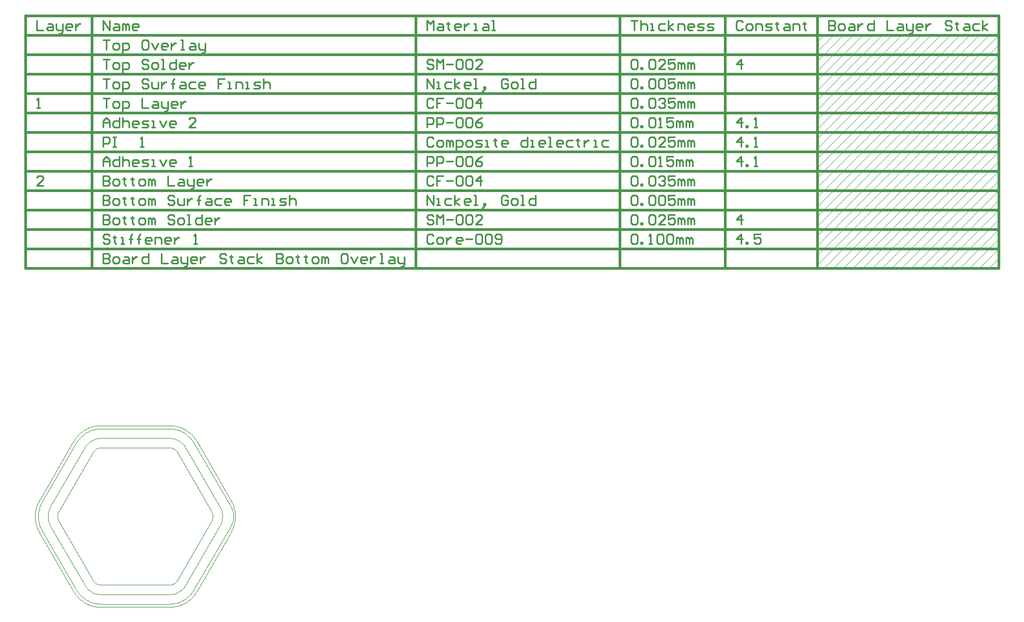
<source format=gm1>
G04*
G04 #@! TF.GenerationSoftware,Altium Limited,Altium Designer,24.6.1 (21)*
G04*
G04 Layer_Color=16711935*
%FSLAX25Y25*%
%MOIN*%
G70*
G04*
G04 #@! TF.SameCoordinates,E7EFAE83-DE6B-43C8-B1E7-83CE5A6567CB*
G04*
G04*
G04 #@! TF.FilePolarity,Positive*
G04*
G01*
G75*
%ADD11C,0.01000*%
%ADD33C,0.00050*%
%ADD34C,0.01500*%
%ADD35C,0.00100*%
D11*
X25067Y393598D02*
Y387600D01*
X29066D01*
X32065Y391599D02*
X34064D01*
X35064Y390599D01*
Y387600D01*
X32065D01*
X31065Y388600D01*
X32065Y389599D01*
X35064D01*
X37063Y391599D02*
Y388600D01*
X38063Y387600D01*
X41062D01*
Y386600D01*
X40062Y385601D01*
X39063D01*
X41062Y387600D02*
Y391599D01*
X46060Y387600D02*
X44061D01*
X43061Y388600D01*
Y390599D01*
X44061Y391599D01*
X46060D01*
X47060Y390599D01*
Y389599D01*
X43061D01*
X49059Y391599D02*
Y387600D01*
Y389599D01*
X50059Y390599D01*
X51059Y391599D01*
X52059D01*
X29066Y291600D02*
X25067D01*
X29066Y295599D01*
Y296598D01*
X28066Y297598D01*
X26067D01*
X25067Y296598D01*
Y339600D02*
X27067D01*
X26067D01*
Y345598D01*
X25067Y344598D01*
X66058Y387600D02*
Y393598D01*
X70057Y387600D01*
Y393598D01*
X73056Y391599D02*
X75056D01*
X76055Y390599D01*
Y387600D01*
X73056D01*
X72057Y388600D01*
X73056Y389599D01*
X76055D01*
X78055Y387600D02*
Y391599D01*
X79054D01*
X80054Y390599D01*
Y387600D01*
Y390599D01*
X81054Y391599D01*
X82053Y390599D01*
Y387600D01*
X87052D02*
X85052D01*
X84053Y388600D01*
Y390599D01*
X85052Y391599D01*
X87052D01*
X88051Y390599D01*
Y389599D01*
X84053D01*
X66058Y249598D02*
Y243600D01*
X69058D01*
X70057Y244600D01*
Y245599D01*
X69058Y246599D01*
X66058D01*
X69058D01*
X70057Y247599D01*
Y248598D01*
X69058Y249598D01*
X66058D01*
X73056Y243600D02*
X75056D01*
X76055Y244600D01*
Y246599D01*
X75056Y247599D01*
X73056D01*
X72057Y246599D01*
Y244600D01*
X73056Y243600D01*
X79054Y247599D02*
X81054D01*
X82053Y246599D01*
Y243600D01*
X79054D01*
X78055Y244600D01*
X79054Y245599D01*
X82053D01*
X84053Y247599D02*
Y243600D01*
Y245599D01*
X85052Y246599D01*
X86052Y247599D01*
X87052D01*
X94049Y249598D02*
Y243600D01*
X91050D01*
X90051Y244600D01*
Y246599D01*
X91050Y247599D01*
X94049D01*
X102047Y249598D02*
Y243600D01*
X106045D01*
X109045Y247599D02*
X111044D01*
X112044Y246599D01*
Y243600D01*
X109045D01*
X108045Y244600D01*
X109045Y245599D01*
X112044D01*
X114043Y247599D02*
Y244600D01*
X115043Y243600D01*
X118042D01*
Y242600D01*
X117042Y241601D01*
X116042D01*
X118042Y243600D02*
Y247599D01*
X123040Y243600D02*
X121041D01*
X120041Y244600D01*
Y246599D01*
X121041Y247599D01*
X123040D01*
X124040Y246599D01*
Y245599D01*
X120041D01*
X126039Y247599D02*
Y243600D01*
Y245599D01*
X127039Y246599D01*
X128038Y247599D01*
X129038D01*
X142034Y248598D02*
X141034Y249598D01*
X139035D01*
X138035Y248598D01*
Y247599D01*
X139035Y246599D01*
X141034D01*
X142034Y245599D01*
Y244600D01*
X141034Y243600D01*
X139035D01*
X138035Y244600D01*
X145033Y248598D02*
Y247599D01*
X144033D01*
X146033D01*
X145033D01*
Y244600D01*
X146033Y243600D01*
X150031Y247599D02*
X152031D01*
X153030Y246599D01*
Y243600D01*
X150031D01*
X149032Y244600D01*
X150031Y245599D01*
X153030D01*
X159028Y247599D02*
X156029D01*
X155030Y246599D01*
Y244600D01*
X156029Y243600D01*
X159028D01*
X161028D02*
Y249598D01*
Y245599D02*
X164027Y247599D01*
X161028Y245599D02*
X164027Y243600D01*
X173024Y249598D02*
Y243600D01*
X176023D01*
X177023Y244600D01*
Y245599D01*
X176023Y246599D01*
X173024D01*
X176023D01*
X177023Y247599D01*
Y248598D01*
X176023Y249598D01*
X173024D01*
X180022Y243600D02*
X182021D01*
X183021Y244600D01*
Y246599D01*
X182021Y247599D01*
X180022D01*
X179022Y246599D01*
Y244600D01*
X180022Y243600D01*
X186020Y248598D02*
Y247599D01*
X185020D01*
X187019D01*
X186020D01*
Y244600D01*
X187019Y243600D01*
X191018Y248598D02*
Y247599D01*
X190018D01*
X192018D01*
X191018D01*
Y244600D01*
X192018Y243600D01*
X196016D02*
X198016D01*
X199015Y244600D01*
Y246599D01*
X198016Y247599D01*
X196016D01*
X195017Y246599D01*
Y244600D01*
X196016Y243600D01*
X201015D02*
Y247599D01*
X202014D01*
X203014Y246599D01*
Y243600D01*
Y246599D01*
X204014Y247599D01*
X205013Y246599D01*
Y243600D01*
X216010Y249598D02*
X214011D01*
X213011Y248598D01*
Y244600D01*
X214011Y243600D01*
X216010D01*
X217010Y244600D01*
Y248598D01*
X216010Y249598D01*
X219009Y247599D02*
X221008Y243600D01*
X223008Y247599D01*
X228006Y243600D02*
X226007D01*
X225007Y244600D01*
Y246599D01*
X226007Y247599D01*
X228006D01*
X229006Y246599D01*
Y245599D01*
X225007D01*
X231005Y247599D02*
Y243600D01*
Y245599D01*
X232005Y246599D01*
X233004Y247599D01*
X234004D01*
X237003Y243600D02*
X239002D01*
X238003D01*
Y249598D01*
X237003D01*
X243001Y247599D02*
X245001D01*
X246000Y246599D01*
Y243600D01*
X243001D01*
X242002Y244600D01*
X243001Y245599D01*
X246000D01*
X248000Y247599D02*
Y244600D01*
X248999Y243600D01*
X251998D01*
Y242600D01*
X250999Y241601D01*
X249999D01*
X251998Y243600D02*
Y247599D01*
X70057Y260598D02*
X69058Y261598D01*
X67058D01*
X66058Y260598D01*
Y259599D01*
X67058Y258599D01*
X69058D01*
X70057Y257599D01*
Y256600D01*
X69058Y255600D01*
X67058D01*
X66058Y256600D01*
X73056Y260598D02*
Y259599D01*
X72057D01*
X74056D01*
X73056D01*
Y256600D01*
X74056Y255600D01*
X77055D02*
X79054D01*
X78055D01*
Y259599D01*
X77055D01*
X83053Y255600D02*
Y260598D01*
Y258599D01*
X82053D01*
X84053D01*
X83053D01*
Y260598D01*
X84053Y261598D01*
X88051Y255600D02*
Y260598D01*
Y258599D01*
X87052D01*
X89051D01*
X88051D01*
Y260598D01*
X89051Y261598D01*
X95049Y255600D02*
X93050D01*
X92050Y256600D01*
Y258599D01*
X93050Y259599D01*
X95049D01*
X96049Y258599D01*
Y257599D01*
X92050D01*
X98048Y255600D02*
Y259599D01*
X101047D01*
X102047Y258599D01*
Y255600D01*
X107045D02*
X105046D01*
X104046Y256600D01*
Y258599D01*
X105046Y259599D01*
X107045D01*
X108045Y258599D01*
Y257599D01*
X104046D01*
X110044Y259599D02*
Y255600D01*
Y257599D01*
X111044Y258599D01*
X112044Y259599D01*
X113043D01*
X122040Y255600D02*
X124040D01*
X123040D01*
Y261598D01*
X122040Y260598D01*
X66058Y273598D02*
Y267600D01*
X69058D01*
X70057Y268600D01*
Y269599D01*
X69058Y270599D01*
X66058D01*
X69058D01*
X70057Y271599D01*
Y272598D01*
X69058Y273598D01*
X66058D01*
X73056Y267600D02*
X75056D01*
X76055Y268600D01*
Y270599D01*
X75056Y271599D01*
X73056D01*
X72057Y270599D01*
Y268600D01*
X73056Y267600D01*
X79054Y272598D02*
Y271599D01*
X78055D01*
X80054D01*
X79054D01*
Y268600D01*
X80054Y267600D01*
X84053Y272598D02*
Y271599D01*
X83053D01*
X85052D01*
X84053D01*
Y268600D01*
X85052Y267600D01*
X89051D02*
X91050D01*
X92050Y268600D01*
Y270599D01*
X91050Y271599D01*
X89051D01*
X88051Y270599D01*
Y268600D01*
X89051Y267600D01*
X94049D02*
Y271599D01*
X95049D01*
X96049Y270599D01*
Y267600D01*
Y270599D01*
X97048Y271599D01*
X98048Y270599D01*
Y267600D01*
X110044Y272598D02*
X109045Y273598D01*
X107045D01*
X106045Y272598D01*
Y271599D01*
X107045Y270599D01*
X109045D01*
X110044Y269599D01*
Y268600D01*
X109045Y267600D01*
X107045D01*
X106045Y268600D01*
X113043Y267600D02*
X115043D01*
X116042Y268600D01*
Y270599D01*
X115043Y271599D01*
X113043D01*
X112044Y270599D01*
Y268600D01*
X113043Y267600D01*
X118042D02*
X120041D01*
X119041D01*
Y273598D01*
X118042D01*
X127039D02*
Y267600D01*
X124040D01*
X123040Y268600D01*
Y270599D01*
X124040Y271599D01*
X127039D01*
X132037Y267600D02*
X130038D01*
X129038Y268600D01*
Y270599D01*
X130038Y271599D01*
X132037D01*
X133037Y270599D01*
Y269599D01*
X129038D01*
X135036Y271599D02*
Y267600D01*
Y269599D01*
X136036Y270599D01*
X137036Y271599D01*
X138035D01*
X66058Y285598D02*
Y279600D01*
X69058D01*
X70057Y280600D01*
Y281599D01*
X69058Y282599D01*
X66058D01*
X69058D01*
X70057Y283599D01*
Y284598D01*
X69058Y285598D01*
X66058D01*
X73056Y279600D02*
X75056D01*
X76055Y280600D01*
Y282599D01*
X75056Y283599D01*
X73056D01*
X72057Y282599D01*
Y280600D01*
X73056Y279600D01*
X79054Y284598D02*
Y283599D01*
X78055D01*
X80054D01*
X79054D01*
Y280600D01*
X80054Y279600D01*
X84053Y284598D02*
Y283599D01*
X83053D01*
X85052D01*
X84053D01*
Y280600D01*
X85052Y279600D01*
X89051D02*
X91050D01*
X92050Y280600D01*
Y282599D01*
X91050Y283599D01*
X89051D01*
X88051Y282599D01*
Y280600D01*
X89051Y279600D01*
X94049D02*
Y283599D01*
X95049D01*
X96049Y282599D01*
Y279600D01*
Y282599D01*
X97048Y283599D01*
X98048Y282599D01*
Y279600D01*
X110044Y284598D02*
X109045Y285598D01*
X107045D01*
X106045Y284598D01*
Y283599D01*
X107045Y282599D01*
X109045D01*
X110044Y281599D01*
Y280600D01*
X109045Y279600D01*
X107045D01*
X106045Y280600D01*
X112044Y283599D02*
Y280600D01*
X113043Y279600D01*
X116042D01*
Y283599D01*
X118042D02*
Y279600D01*
Y281599D01*
X119041Y282599D01*
X120041Y283599D01*
X121041D01*
X125039Y279600D02*
Y284598D01*
Y282599D01*
X124040D01*
X126039D01*
X125039D01*
Y284598D01*
X126039Y285598D01*
X130038Y283599D02*
X132037D01*
X133037Y282599D01*
Y279600D01*
X130038D01*
X129038Y280600D01*
X130038Y281599D01*
X133037D01*
X139035Y283599D02*
X136036D01*
X135036Y282599D01*
Y280600D01*
X136036Y279600D01*
X139035D01*
X144033D02*
X142034D01*
X141034Y280600D01*
Y282599D01*
X142034Y283599D01*
X144033D01*
X145033Y282599D01*
Y281599D01*
X141034D01*
X157029Y285598D02*
X153030D01*
Y282599D01*
X155030D01*
X153030D01*
Y279600D01*
X159028D02*
X161028D01*
X160028D01*
Y283599D01*
X159028D01*
X164027Y279600D02*
Y283599D01*
X167026D01*
X168026Y282599D01*
Y279600D01*
X170025D02*
X172024D01*
X171025D01*
Y283599D01*
X170025D01*
X175023Y279600D02*
X178022D01*
X179022Y280600D01*
X178022Y281599D01*
X176023D01*
X175023Y282599D01*
X176023Y283599D01*
X179022D01*
X181021Y285598D02*
Y279600D01*
Y282599D01*
X182021Y283599D01*
X184020D01*
X185020Y282599D01*
Y279600D01*
X66058Y297598D02*
Y291600D01*
X69058D01*
X70057Y292600D01*
Y293599D01*
X69058Y294599D01*
X66058D01*
X69058D01*
X70057Y295599D01*
Y296598D01*
X69058Y297598D01*
X66058D01*
X73056Y291600D02*
X75056D01*
X76055Y292600D01*
Y294599D01*
X75056Y295599D01*
X73056D01*
X72057Y294599D01*
Y292600D01*
X73056Y291600D01*
X79054Y296598D02*
Y295599D01*
X78055D01*
X80054D01*
X79054D01*
Y292600D01*
X80054Y291600D01*
X84053Y296598D02*
Y295599D01*
X83053D01*
X85052D01*
X84053D01*
Y292600D01*
X85052Y291600D01*
X89051D02*
X91050D01*
X92050Y292600D01*
Y294599D01*
X91050Y295599D01*
X89051D01*
X88051Y294599D01*
Y292600D01*
X89051Y291600D01*
X94049D02*
Y295599D01*
X95049D01*
X96049Y294599D01*
Y291600D01*
Y294599D01*
X97048Y295599D01*
X98048Y294599D01*
Y291600D01*
X106045Y297598D02*
Y291600D01*
X110044D01*
X113043Y295599D02*
X115043D01*
X116042Y294599D01*
Y291600D01*
X113043D01*
X112044Y292600D01*
X113043Y293599D01*
X116042D01*
X118042Y295599D02*
Y292600D01*
X119041Y291600D01*
X122040D01*
Y290600D01*
X121041Y289601D01*
X120041D01*
X122040Y291600D02*
Y295599D01*
X127039Y291600D02*
X125039D01*
X124040Y292600D01*
Y294599D01*
X125039Y295599D01*
X127039D01*
X128038Y294599D01*
Y293599D01*
X124040D01*
X130038Y295599D02*
Y291600D01*
Y293599D01*
X131037Y294599D01*
X132037Y295599D01*
X133037D01*
X66058Y303600D02*
Y307599D01*
X68058Y309598D01*
X70057Y307599D01*
Y303600D01*
Y306599D01*
X66058D01*
X76055Y309598D02*
Y303600D01*
X73056D01*
X72057Y304600D01*
Y306599D01*
X73056Y307599D01*
X76055D01*
X78055Y309598D02*
Y303600D01*
Y306599D01*
X79054Y307599D01*
X81054D01*
X82053Y306599D01*
Y303600D01*
X87052D02*
X85052D01*
X84053Y304600D01*
Y306599D01*
X85052Y307599D01*
X87052D01*
X88051Y306599D01*
Y305599D01*
X84053D01*
X90051Y303600D02*
X93050D01*
X94049Y304600D01*
X93050Y305599D01*
X91050D01*
X90051Y306599D01*
X91050Y307599D01*
X94049D01*
X96049Y303600D02*
X98048D01*
X97048D01*
Y307599D01*
X96049D01*
X101047D02*
X103047Y303600D01*
X105046Y307599D01*
X110044Y303600D02*
X108045D01*
X107045Y304600D01*
Y306599D01*
X108045Y307599D01*
X110044D01*
X111044Y306599D01*
Y305599D01*
X107045D01*
X119041Y303600D02*
X121041D01*
X120041D01*
Y309598D01*
X119041Y308598D01*
X66058Y315600D02*
Y321598D01*
X69058D01*
X70057Y320598D01*
Y318599D01*
X69058Y317599D01*
X66058D01*
X72057Y321598D02*
X74056D01*
X73056D01*
Y315600D01*
X72057D01*
X74056D01*
X89051D02*
X91050D01*
X90051D01*
Y321598D01*
X89051Y320598D01*
X66058Y327600D02*
Y331599D01*
X68058Y333598D01*
X70057Y331599D01*
Y327600D01*
Y330599D01*
X66058D01*
X76055Y333598D02*
Y327600D01*
X73056D01*
X72057Y328600D01*
Y330599D01*
X73056Y331599D01*
X76055D01*
X78055Y333598D02*
Y327600D01*
Y330599D01*
X79054Y331599D01*
X81054D01*
X82053Y330599D01*
Y327600D01*
X87052D02*
X85052D01*
X84053Y328600D01*
Y330599D01*
X85052Y331599D01*
X87052D01*
X88051Y330599D01*
Y329599D01*
X84053D01*
X90051Y327600D02*
X93050D01*
X94049Y328600D01*
X93050Y329599D01*
X91050D01*
X90051Y330599D01*
X91050Y331599D01*
X94049D01*
X96049Y327600D02*
X98048D01*
X97048D01*
Y331599D01*
X96049D01*
X101047D02*
X103047Y327600D01*
X105046Y331599D01*
X110044Y327600D02*
X108045D01*
X107045Y328600D01*
Y330599D01*
X108045Y331599D01*
X110044D01*
X111044Y330599D01*
Y329599D01*
X107045D01*
X123040Y327600D02*
X119041D01*
X123040Y331599D01*
Y332598D01*
X122040Y333598D01*
X120041D01*
X119041Y332598D01*
X66058Y345598D02*
X70057D01*
X68058D01*
Y339600D01*
X73056D02*
X75056D01*
X76055Y340600D01*
Y342599D01*
X75056Y343599D01*
X73056D01*
X72057Y342599D01*
Y340600D01*
X73056Y339600D01*
X78055Y337601D02*
Y343599D01*
X81054D01*
X82053Y342599D01*
Y340600D01*
X81054Y339600D01*
X78055D01*
X90051Y345598D02*
Y339600D01*
X94049D01*
X97048Y343599D02*
X99048D01*
X100048Y342599D01*
Y339600D01*
X97048D01*
X96049Y340600D01*
X97048Y341599D01*
X100048D01*
X102047Y343599D02*
Y340600D01*
X103047Y339600D01*
X106045D01*
Y338600D01*
X105046Y337601D01*
X104046D01*
X106045Y339600D02*
Y343599D01*
X111044Y339600D02*
X109045D01*
X108045Y340600D01*
Y342599D01*
X109045Y343599D01*
X111044D01*
X112044Y342599D01*
Y341599D01*
X108045D01*
X114043Y343599D02*
Y339600D01*
Y341599D01*
X115043Y342599D01*
X116042Y343599D01*
X117042D01*
X66058Y357598D02*
X70057D01*
X68058D01*
Y351600D01*
X73056D02*
X75056D01*
X76055Y352600D01*
Y354599D01*
X75056Y355599D01*
X73056D01*
X72057Y354599D01*
Y352600D01*
X73056Y351600D01*
X78055Y349601D02*
Y355599D01*
X81054D01*
X82053Y354599D01*
Y352600D01*
X81054Y351600D01*
X78055D01*
X94049Y356598D02*
X93050Y357598D01*
X91050D01*
X90051Y356598D01*
Y355599D01*
X91050Y354599D01*
X93050D01*
X94049Y353599D01*
Y352600D01*
X93050Y351600D01*
X91050D01*
X90051Y352600D01*
X96049Y355599D02*
Y352600D01*
X97048Y351600D01*
X100048D01*
Y355599D01*
X102047D02*
Y351600D01*
Y353599D01*
X103047Y354599D01*
X104046Y355599D01*
X105046D01*
X109045Y351600D02*
Y356598D01*
Y354599D01*
X108045D01*
X110044D01*
X109045D01*
Y356598D01*
X110044Y357598D01*
X114043Y355599D02*
X116042D01*
X117042Y354599D01*
Y351600D01*
X114043D01*
X113043Y352600D01*
X114043Y353599D01*
X117042D01*
X123040Y355599D02*
X120041D01*
X119041Y354599D01*
Y352600D01*
X120041Y351600D01*
X123040D01*
X128038D02*
X126039D01*
X125039Y352600D01*
Y354599D01*
X126039Y355599D01*
X128038D01*
X129038Y354599D01*
Y353599D01*
X125039D01*
X141034Y357598D02*
X137036D01*
Y354599D01*
X139035D01*
X137036D01*
Y351600D01*
X143034D02*
X145033D01*
X144033D01*
Y355599D01*
X143034D01*
X148032Y351600D02*
Y355599D01*
X151031D01*
X152031Y354599D01*
Y351600D01*
X154030D02*
X156029D01*
X155030D01*
Y355599D01*
X154030D01*
X159028Y351600D02*
X162027D01*
X163027Y352600D01*
X162027Y353599D01*
X160028D01*
X159028Y354599D01*
X160028Y355599D01*
X163027D01*
X165026Y357598D02*
Y351600D01*
Y354599D01*
X166026Y355599D01*
X168026D01*
X169025Y354599D01*
Y351600D01*
X66058Y369598D02*
X70057D01*
X68058D01*
Y363600D01*
X73056D02*
X75056D01*
X76055Y364600D01*
Y366599D01*
X75056Y367599D01*
X73056D01*
X72057Y366599D01*
Y364600D01*
X73056Y363600D01*
X78055Y361601D02*
Y367599D01*
X81054D01*
X82053Y366599D01*
Y364600D01*
X81054Y363600D01*
X78055D01*
X94049Y368598D02*
X93050Y369598D01*
X91050D01*
X90051Y368598D01*
Y367599D01*
X91050Y366599D01*
X93050D01*
X94049Y365599D01*
Y364600D01*
X93050Y363600D01*
X91050D01*
X90051Y364600D01*
X97048Y363600D02*
X99048D01*
X100048Y364600D01*
Y366599D01*
X99048Y367599D01*
X97048D01*
X96049Y366599D01*
Y364600D01*
X97048Y363600D01*
X102047D02*
X104046D01*
X103047D01*
Y369598D01*
X102047D01*
X111044D02*
Y363600D01*
X108045D01*
X107045Y364600D01*
Y366599D01*
X108045Y367599D01*
X111044D01*
X116042Y363600D02*
X114043D01*
X113043Y364600D01*
Y366599D01*
X114043Y367599D01*
X116042D01*
X117042Y366599D01*
Y365599D01*
X113043D01*
X119041Y367599D02*
Y363600D01*
Y365599D01*
X120041Y366599D01*
X121041Y367599D01*
X122040D01*
X66058Y381598D02*
X70057D01*
X68058D01*
Y375600D01*
X73056D02*
X75056D01*
X76055Y376600D01*
Y378599D01*
X75056Y379599D01*
X73056D01*
X72057Y378599D01*
Y376600D01*
X73056Y375600D01*
X78055Y373601D02*
Y379599D01*
X81054D01*
X82053Y378599D01*
Y376600D01*
X81054Y375600D01*
X78055D01*
X93050Y381598D02*
X91050D01*
X90051Y380598D01*
Y376600D01*
X91050Y375600D01*
X93050D01*
X94049Y376600D01*
Y380598D01*
X93050Y381598D01*
X96049Y379599D02*
X98048Y375600D01*
X100048Y379599D01*
X105046Y375600D02*
X103047D01*
X102047Y376600D01*
Y378599D01*
X103047Y379599D01*
X105046D01*
X106045Y378599D01*
Y377599D01*
X102047D01*
X108045Y379599D02*
Y375600D01*
Y377599D01*
X109045Y378599D01*
X110044Y379599D01*
X111044D01*
X114043Y375600D02*
X116042D01*
X115043D01*
Y381598D01*
X114043D01*
X120041Y379599D02*
X122040D01*
X123040Y378599D01*
Y375600D01*
X120041D01*
X119041Y376600D01*
X120041Y377599D01*
X123040D01*
X125039Y379599D02*
Y376600D01*
X126039Y375600D01*
X129038D01*
Y374600D01*
X128038Y373601D01*
X127039D01*
X129038Y375600D02*
Y379599D01*
X265998Y387600D02*
Y393598D01*
X267998Y391599D01*
X269997Y393598D01*
Y387600D01*
X272996Y391599D02*
X274995D01*
X275995Y390599D01*
Y387600D01*
X272996D01*
X271996Y388600D01*
X272996Y389599D01*
X275995D01*
X278994Y392598D02*
Y391599D01*
X277994D01*
X279994D01*
X278994D01*
Y388600D01*
X279994Y387600D01*
X285992D02*
X283993D01*
X282993Y388600D01*
Y390599D01*
X283993Y391599D01*
X285992D01*
X286992Y390599D01*
Y389599D01*
X282993D01*
X288991Y391599D02*
Y387600D01*
Y389599D01*
X289991Y390599D01*
X290990Y391599D01*
X291990D01*
X294989Y387600D02*
X296988D01*
X295989D01*
Y391599D01*
X294989D01*
X300987D02*
X302986D01*
X303986Y390599D01*
Y387600D01*
X300987D01*
X299987Y388600D01*
X300987Y389599D01*
X303986D01*
X305985Y387600D02*
X307985D01*
X306985D01*
Y393598D01*
X305985D01*
X269997Y260598D02*
X268997Y261598D01*
X266998D01*
X265998Y260598D01*
Y256600D01*
X266998Y255600D01*
X268997D01*
X269997Y256600D01*
X272996Y255600D02*
X274995D01*
X275995Y256600D01*
Y258599D01*
X274995Y259599D01*
X272996D01*
X271996Y258599D01*
Y256600D01*
X272996Y255600D01*
X277994Y259599D02*
Y255600D01*
Y257599D01*
X278994Y258599D01*
X279994Y259599D01*
X280994D01*
X286992Y255600D02*
X284992D01*
X283993Y256600D01*
Y258599D01*
X284992Y259599D01*
X286992D01*
X287991Y258599D01*
Y257599D01*
X283993D01*
X289991Y258599D02*
X293989D01*
X295989Y260598D02*
X296988Y261598D01*
X298988D01*
X299987Y260598D01*
Y256600D01*
X298988Y255600D01*
X296988D01*
X295989Y256600D01*
Y260598D01*
X301987D02*
X302986Y261598D01*
X304986D01*
X305985Y260598D01*
Y256600D01*
X304986Y255600D01*
X302986D01*
X301987Y256600D01*
Y260598D01*
X307985Y256600D02*
X308984Y255600D01*
X310984D01*
X311983Y256600D01*
Y260598D01*
X310984Y261598D01*
X308984D01*
X307985Y260598D01*
Y259599D01*
X308984Y258599D01*
X311983D01*
X269997Y272598D02*
X268997Y273598D01*
X266998D01*
X265998Y272598D01*
Y271599D01*
X266998Y270599D01*
X268997D01*
X269997Y269599D01*
Y268600D01*
X268997Y267600D01*
X266998D01*
X265998Y268600D01*
X271996Y267600D02*
Y273598D01*
X273996Y271599D01*
X275995Y273598D01*
Y267600D01*
X277994Y270599D02*
X281993D01*
X283993Y272598D02*
X284992Y273598D01*
X286992D01*
X287991Y272598D01*
Y268600D01*
X286992Y267600D01*
X284992D01*
X283993Y268600D01*
Y272598D01*
X289991D02*
X290990Y273598D01*
X292990D01*
X293989Y272598D01*
Y268600D01*
X292990Y267600D01*
X290990D01*
X289991Y268600D01*
Y272598D01*
X299987Y267600D02*
X295989D01*
X299987Y271599D01*
Y272598D01*
X298988Y273598D01*
X296988D01*
X295989Y272598D01*
X265998Y279600D02*
Y285598D01*
X269997Y279600D01*
Y285598D01*
X271996Y279600D02*
X273996D01*
X272996D01*
Y283599D01*
X271996D01*
X280994D02*
X277994D01*
X276995Y282599D01*
Y280600D01*
X277994Y279600D01*
X280994D01*
X282993D02*
Y285598D01*
Y281599D02*
X285992Y283599D01*
X282993Y281599D02*
X285992Y279600D01*
X291990D02*
X289991D01*
X288991Y280600D01*
Y282599D01*
X289991Y283599D01*
X291990D01*
X292990Y282599D01*
Y281599D01*
X288991D01*
X294989Y279600D02*
X296988D01*
X295989D01*
Y285598D01*
X294989D01*
X300987Y278600D02*
X301987Y279600D01*
Y280600D01*
X300987D01*
Y279600D01*
X301987D01*
X300987Y278600D01*
X299987Y277601D01*
X315982Y284598D02*
X314983Y285598D01*
X312983D01*
X311983Y284598D01*
Y280600D01*
X312983Y279600D01*
X314983D01*
X315982Y280600D01*
Y282599D01*
X313983D01*
X318981Y279600D02*
X320981D01*
X321980Y280600D01*
Y282599D01*
X320981Y283599D01*
X318981D01*
X317982Y282599D01*
Y280600D01*
X318981Y279600D01*
X323980D02*
X325979D01*
X324979D01*
Y285598D01*
X323980D01*
X332977D02*
Y279600D01*
X329978D01*
X328978Y280600D01*
Y282599D01*
X329978Y283599D01*
X332977D01*
X269997Y296598D02*
X268997Y297598D01*
X266998D01*
X265998Y296598D01*
Y292600D01*
X266998Y291600D01*
X268997D01*
X269997Y292600D01*
X275995Y297598D02*
X271996D01*
Y294599D01*
X273996D01*
X271996D01*
Y291600D01*
X277994Y294599D02*
X281993D01*
X283993Y296598D02*
X284992Y297598D01*
X286992D01*
X287991Y296598D01*
Y292600D01*
X286992Y291600D01*
X284992D01*
X283993Y292600D01*
Y296598D01*
X289991D02*
X290990Y297598D01*
X292990D01*
X293989Y296598D01*
Y292600D01*
X292990Y291600D01*
X290990D01*
X289991Y292600D01*
Y296598D01*
X298988Y291600D02*
Y297598D01*
X295989Y294599D01*
X299987D01*
X265998Y303600D02*
Y309598D01*
X268997D01*
X269997Y308598D01*
Y306599D01*
X268997Y305599D01*
X265998D01*
X271996Y303600D02*
Y309598D01*
X274995D01*
X275995Y308598D01*
Y306599D01*
X274995Y305599D01*
X271996D01*
X277994Y306599D02*
X281993D01*
X283993Y308598D02*
X284992Y309598D01*
X286992D01*
X287991Y308598D01*
Y304600D01*
X286992Y303600D01*
X284992D01*
X283993Y304600D01*
Y308598D01*
X289991D02*
X290990Y309598D01*
X292990D01*
X293989Y308598D01*
Y304600D01*
X292990Y303600D01*
X290990D01*
X289991Y304600D01*
Y308598D01*
X299987Y309598D02*
X297988Y308598D01*
X295989Y306599D01*
Y304600D01*
X296988Y303600D01*
X298988D01*
X299987Y304600D01*
Y305599D01*
X298988Y306599D01*
X295989D01*
X269997Y320598D02*
X268997Y321598D01*
X266998D01*
X265998Y320598D01*
Y316600D01*
X266998Y315600D01*
X268997D01*
X269997Y316600D01*
X272996Y315600D02*
X274995D01*
X275995Y316600D01*
Y318599D01*
X274995Y319599D01*
X272996D01*
X271996Y318599D01*
Y316600D01*
X272996Y315600D01*
X277994D02*
Y319599D01*
X278994D01*
X279994Y318599D01*
Y315600D01*
Y318599D01*
X280994Y319599D01*
X281993Y318599D01*
Y315600D01*
X283993Y313601D02*
Y319599D01*
X286992D01*
X287991Y318599D01*
Y316600D01*
X286992Y315600D01*
X283993D01*
X290990D02*
X292990D01*
X293989Y316600D01*
Y318599D01*
X292990Y319599D01*
X290990D01*
X289991Y318599D01*
Y316600D01*
X290990Y315600D01*
X295989D02*
X298988D01*
X299987Y316600D01*
X298988Y317599D01*
X296988D01*
X295989Y318599D01*
X296988Y319599D01*
X299987D01*
X301987Y315600D02*
X303986D01*
X302986D01*
Y319599D01*
X301987D01*
X307985Y320598D02*
Y319599D01*
X306985D01*
X308984D01*
X307985D01*
Y316600D01*
X308984Y315600D01*
X314983D02*
X312983D01*
X311983Y316600D01*
Y318599D01*
X312983Y319599D01*
X314983D01*
X315982Y318599D01*
Y317599D01*
X311983D01*
X327978Y321598D02*
Y315600D01*
X324979D01*
X323980Y316600D01*
Y318599D01*
X324979Y319599D01*
X327978D01*
X329978Y315600D02*
X331977D01*
X330977D01*
Y319599D01*
X329978D01*
X337975Y315600D02*
X335976D01*
X334976Y316600D01*
Y318599D01*
X335976Y319599D01*
X337975D01*
X338975Y318599D01*
Y317599D01*
X334976D01*
X340974Y315600D02*
X342973D01*
X341974D01*
Y321598D01*
X340974D01*
X348972Y315600D02*
X346972D01*
X345972Y316600D01*
Y318599D01*
X346972Y319599D01*
X348972D01*
X349971Y318599D01*
Y317599D01*
X345972D01*
X355969Y319599D02*
X352970D01*
X351971Y318599D01*
Y316600D01*
X352970Y315600D01*
X355969D01*
X358968Y320598D02*
Y319599D01*
X357969D01*
X359968D01*
X358968D01*
Y316600D01*
X359968Y315600D01*
X362967Y319599D02*
Y315600D01*
Y317599D01*
X363967Y318599D01*
X364966Y319599D01*
X365966D01*
X368965Y315600D02*
X370964D01*
X369965D01*
Y319599D01*
X368965D01*
X377962D02*
X374963D01*
X373963Y318599D01*
Y316600D01*
X374963Y315600D01*
X377962D01*
X265998Y327600D02*
Y333598D01*
X268997D01*
X269997Y332598D01*
Y330599D01*
X268997Y329599D01*
X265998D01*
X271996Y327600D02*
Y333598D01*
X274995D01*
X275995Y332598D01*
Y330599D01*
X274995Y329599D01*
X271996D01*
X277994Y330599D02*
X281993D01*
X283993Y332598D02*
X284992Y333598D01*
X286992D01*
X287991Y332598D01*
Y328600D01*
X286992Y327600D01*
X284992D01*
X283993Y328600D01*
Y332598D01*
X289991D02*
X290990Y333598D01*
X292990D01*
X293989Y332598D01*
Y328600D01*
X292990Y327600D01*
X290990D01*
X289991Y328600D01*
Y332598D01*
X299987Y333598D02*
X297988Y332598D01*
X295989Y330599D01*
Y328600D01*
X296988Y327600D01*
X298988D01*
X299987Y328600D01*
Y329599D01*
X298988Y330599D01*
X295989D01*
X269997Y344598D02*
X268997Y345598D01*
X266998D01*
X265998Y344598D01*
Y340600D01*
X266998Y339600D01*
X268997D01*
X269997Y340600D01*
X275995Y345598D02*
X271996D01*
Y342599D01*
X273996D01*
X271996D01*
Y339600D01*
X277994Y342599D02*
X281993D01*
X283993Y344598D02*
X284992Y345598D01*
X286992D01*
X287991Y344598D01*
Y340600D01*
X286992Y339600D01*
X284992D01*
X283993Y340600D01*
Y344598D01*
X289991D02*
X290990Y345598D01*
X292990D01*
X293989Y344598D01*
Y340600D01*
X292990Y339600D01*
X290990D01*
X289991Y340600D01*
Y344598D01*
X298988Y339600D02*
Y345598D01*
X295989Y342599D01*
X299987D01*
X265998Y351600D02*
Y357598D01*
X269997Y351600D01*
Y357598D01*
X271996Y351600D02*
X273996D01*
X272996D01*
Y355599D01*
X271996D01*
X280994D02*
X277994D01*
X276995Y354599D01*
Y352600D01*
X277994Y351600D01*
X280994D01*
X282993D02*
Y357598D01*
Y353599D02*
X285992Y355599D01*
X282993Y353599D02*
X285992Y351600D01*
X291990D02*
X289991D01*
X288991Y352600D01*
Y354599D01*
X289991Y355599D01*
X291990D01*
X292990Y354599D01*
Y353599D01*
X288991D01*
X294989Y351600D02*
X296988D01*
X295989D01*
Y357598D01*
X294989D01*
X300987Y350600D02*
X301987Y351600D01*
Y352600D01*
X300987D01*
Y351600D01*
X301987D01*
X300987Y350600D01*
X299987Y349601D01*
X315982Y356598D02*
X314983Y357598D01*
X312983D01*
X311983Y356598D01*
Y352600D01*
X312983Y351600D01*
X314983D01*
X315982Y352600D01*
Y354599D01*
X313983D01*
X318981Y351600D02*
X320981D01*
X321980Y352600D01*
Y354599D01*
X320981Y355599D01*
X318981D01*
X317982Y354599D01*
Y352600D01*
X318981Y351600D01*
X323980D02*
X325979D01*
X324979D01*
Y357598D01*
X323980D01*
X332977D02*
Y351600D01*
X329978D01*
X328978Y352600D01*
Y354599D01*
X329978Y355599D01*
X332977D01*
X269997Y368598D02*
X268997Y369598D01*
X266998D01*
X265998Y368598D01*
Y367599D01*
X266998Y366599D01*
X268997D01*
X269997Y365599D01*
Y364600D01*
X268997Y363600D01*
X266998D01*
X265998Y364600D01*
X271996Y363600D02*
Y369598D01*
X273996Y367599D01*
X275995Y369598D01*
Y363600D01*
X277994Y366599D02*
X281993D01*
X283993Y368598D02*
X284992Y369598D01*
X286992D01*
X287991Y368598D01*
Y364600D01*
X286992Y363600D01*
X284992D01*
X283993Y364600D01*
Y368598D01*
X289991D02*
X290990Y369598D01*
X292990D01*
X293989Y368598D01*
Y364600D01*
X292990Y363600D01*
X290990D01*
X289991Y364600D01*
Y368598D01*
X299987Y363600D02*
X295989D01*
X299987Y367599D01*
Y368598D01*
X298988Y369598D01*
X296988D01*
X295989Y368598D01*
X391962Y393598D02*
X395961D01*
X393961D01*
Y387600D01*
X397960Y393598D02*
Y387600D01*
Y390599D01*
X398960Y391599D01*
X400959D01*
X401959Y390599D01*
Y387600D01*
X403958D02*
X405958D01*
X404958D01*
Y391599D01*
X403958D01*
X412955D02*
X409956D01*
X408957Y390599D01*
Y388600D01*
X409956Y387600D01*
X412955D01*
X414955D02*
Y393598D01*
Y389599D02*
X417954Y391599D01*
X414955Y389599D02*
X417954Y387600D01*
X420953D02*
Y391599D01*
X423952D01*
X424951Y390599D01*
Y387600D01*
X429950D02*
X427950D01*
X426951Y388600D01*
Y390599D01*
X427950Y391599D01*
X429950D01*
X430949Y390599D01*
Y389599D01*
X426951D01*
X432949Y387600D02*
X435948D01*
X436947Y388600D01*
X435948Y389599D01*
X433949D01*
X432949Y390599D01*
X433949Y391599D01*
X436947D01*
X438947Y387600D02*
X441946D01*
X442946Y388600D01*
X441946Y389599D01*
X439947D01*
X438947Y390599D01*
X439947Y391599D01*
X442946D01*
X391962Y260598D02*
X392962Y261598D01*
X394961D01*
X395961Y260598D01*
Y256600D01*
X394961Y255600D01*
X392962D01*
X391962Y256600D01*
Y260598D01*
X397960Y255600D02*
Y256600D01*
X398960D01*
Y255600D01*
X397960D01*
X402958D02*
X404958D01*
X403958D01*
Y261598D01*
X402958Y260598D01*
X407957D02*
X408957Y261598D01*
X410956D01*
X411956Y260598D01*
Y256600D01*
X410956Y255600D01*
X408957D01*
X407957Y256600D01*
Y260598D01*
X413955D02*
X414955Y261598D01*
X416954D01*
X417954Y260598D01*
Y256600D01*
X416954Y255600D01*
X414955D01*
X413955Y256600D01*
Y260598D01*
X419953Y255600D02*
Y259599D01*
X420953D01*
X421952Y258599D01*
Y255600D01*
Y258599D01*
X422952Y259599D01*
X423952Y258599D01*
Y255600D01*
X425951D02*
Y259599D01*
X426951D01*
X427950Y258599D01*
Y255600D01*
Y258599D01*
X428950Y259599D01*
X429950Y258599D01*
Y255600D01*
X391962Y272598D02*
X392962Y273598D01*
X394961D01*
X395961Y272598D01*
Y268600D01*
X394961Y267600D01*
X392962D01*
X391962Y268600D01*
Y272598D01*
X397960Y267600D02*
Y268600D01*
X398960D01*
Y267600D01*
X397960D01*
X402958Y272598D02*
X403958Y273598D01*
X405958D01*
X406957Y272598D01*
Y268600D01*
X405958Y267600D01*
X403958D01*
X402958Y268600D01*
Y272598D01*
X412955Y267600D02*
X408957D01*
X412955Y271599D01*
Y272598D01*
X411956Y273598D01*
X409956D01*
X408957Y272598D01*
X418953Y273598D02*
X414955D01*
Y270599D01*
X416954Y271599D01*
X417954D01*
X418953Y270599D01*
Y268600D01*
X417954Y267600D01*
X415954D01*
X414955Y268600D01*
X420953Y267600D02*
Y271599D01*
X421952D01*
X422952Y270599D01*
Y267600D01*
Y270599D01*
X423952Y271599D01*
X424951Y270599D01*
Y267600D01*
X426951D02*
Y271599D01*
X427950D01*
X428950Y270599D01*
Y267600D01*
Y270599D01*
X429950Y271599D01*
X430949Y270599D01*
Y267600D01*
X391962Y284598D02*
X392962Y285598D01*
X394961D01*
X395961Y284598D01*
Y280600D01*
X394961Y279600D01*
X392962D01*
X391962Y280600D01*
Y284598D01*
X397960Y279600D02*
Y280600D01*
X398960D01*
Y279600D01*
X397960D01*
X402958Y284598D02*
X403958Y285598D01*
X405958D01*
X406957Y284598D01*
Y280600D01*
X405958Y279600D01*
X403958D01*
X402958Y280600D01*
Y284598D01*
X408957D02*
X409956Y285598D01*
X411956D01*
X412955Y284598D01*
Y280600D01*
X411956Y279600D01*
X409956D01*
X408957Y280600D01*
Y284598D01*
X418953Y285598D02*
X414955D01*
Y282599D01*
X416954Y283599D01*
X417954D01*
X418953Y282599D01*
Y280600D01*
X417954Y279600D01*
X415954D01*
X414955Y280600D01*
X420953Y279600D02*
Y283599D01*
X421952D01*
X422952Y282599D01*
Y279600D01*
Y282599D01*
X423952Y283599D01*
X424951Y282599D01*
Y279600D01*
X426951D02*
Y283599D01*
X427950D01*
X428950Y282599D01*
Y279600D01*
Y282599D01*
X429950Y283599D01*
X430949Y282599D01*
Y279600D01*
X391962Y296598D02*
X392962Y297598D01*
X394961D01*
X395961Y296598D01*
Y292600D01*
X394961Y291600D01*
X392962D01*
X391962Y292600D01*
Y296598D01*
X397960Y291600D02*
Y292600D01*
X398960D01*
Y291600D01*
X397960D01*
X402958Y296598D02*
X403958Y297598D01*
X405958D01*
X406957Y296598D01*
Y292600D01*
X405958Y291600D01*
X403958D01*
X402958Y292600D01*
Y296598D01*
X408957D02*
X409956Y297598D01*
X411956D01*
X412955Y296598D01*
Y295599D01*
X411956Y294599D01*
X410956D01*
X411956D01*
X412955Y293599D01*
Y292600D01*
X411956Y291600D01*
X409956D01*
X408957Y292600D01*
X418953Y297598D02*
X414955D01*
Y294599D01*
X416954Y295599D01*
X417954D01*
X418953Y294599D01*
Y292600D01*
X417954Y291600D01*
X415954D01*
X414955Y292600D01*
X420953Y291600D02*
Y295599D01*
X421952D01*
X422952Y294599D01*
Y291600D01*
Y294599D01*
X423952Y295599D01*
X424951Y294599D01*
Y291600D01*
X426951D02*
Y295599D01*
X427950D01*
X428950Y294599D01*
Y291600D01*
Y294599D01*
X429950Y295599D01*
X430949Y294599D01*
Y291600D01*
X391962Y308598D02*
X392962Y309598D01*
X394961D01*
X395961Y308598D01*
Y304600D01*
X394961Y303600D01*
X392962D01*
X391962Y304600D01*
Y308598D01*
X397960Y303600D02*
Y304600D01*
X398960D01*
Y303600D01*
X397960D01*
X402958Y308598D02*
X403958Y309598D01*
X405958D01*
X406957Y308598D01*
Y304600D01*
X405958Y303600D01*
X403958D01*
X402958Y304600D01*
Y308598D01*
X408957Y303600D02*
X410956D01*
X409956D01*
Y309598D01*
X408957Y308598D01*
X417954Y309598D02*
X413955D01*
Y306599D01*
X415954Y307599D01*
X416954D01*
X417954Y306599D01*
Y304600D01*
X416954Y303600D01*
X414955D01*
X413955Y304600D01*
X419953Y303600D02*
Y307599D01*
X420953D01*
X421952Y306599D01*
Y303600D01*
Y306599D01*
X422952Y307599D01*
X423952Y306599D01*
Y303600D01*
X425951D02*
Y307599D01*
X426951D01*
X427950Y306599D01*
Y303600D01*
Y306599D01*
X428950Y307599D01*
X429950Y306599D01*
Y303600D01*
X391962Y320598D02*
X392962Y321598D01*
X394961D01*
X395961Y320598D01*
Y316600D01*
X394961Y315600D01*
X392962D01*
X391962Y316600D01*
Y320598D01*
X397960Y315600D02*
Y316600D01*
X398960D01*
Y315600D01*
X397960D01*
X402958Y320598D02*
X403958Y321598D01*
X405958D01*
X406957Y320598D01*
Y316600D01*
X405958Y315600D01*
X403958D01*
X402958Y316600D01*
Y320598D01*
X412955Y315600D02*
X408957D01*
X412955Y319599D01*
Y320598D01*
X411956Y321598D01*
X409956D01*
X408957Y320598D01*
X418953Y321598D02*
X414955D01*
Y318599D01*
X416954Y319599D01*
X417954D01*
X418953Y318599D01*
Y316600D01*
X417954Y315600D01*
X415954D01*
X414955Y316600D01*
X420953Y315600D02*
Y319599D01*
X421952D01*
X422952Y318599D01*
Y315600D01*
Y318599D01*
X423952Y319599D01*
X424951Y318599D01*
Y315600D01*
X426951D02*
Y319599D01*
X427950D01*
X428950Y318599D01*
Y315600D01*
Y318599D01*
X429950Y319599D01*
X430949Y318599D01*
Y315600D01*
X391962Y332598D02*
X392962Y333598D01*
X394961D01*
X395961Y332598D01*
Y328600D01*
X394961Y327600D01*
X392962D01*
X391962Y328600D01*
Y332598D01*
X397960Y327600D02*
Y328600D01*
X398960D01*
Y327600D01*
X397960D01*
X402958Y332598D02*
X403958Y333598D01*
X405958D01*
X406957Y332598D01*
Y328600D01*
X405958Y327600D01*
X403958D01*
X402958Y328600D01*
Y332598D01*
X408957Y327600D02*
X410956D01*
X409956D01*
Y333598D01*
X408957Y332598D01*
X417954Y333598D02*
X413955D01*
Y330599D01*
X415954Y331599D01*
X416954D01*
X417954Y330599D01*
Y328600D01*
X416954Y327600D01*
X414955D01*
X413955Y328600D01*
X419953Y327600D02*
Y331599D01*
X420953D01*
X421952Y330599D01*
Y327600D01*
Y330599D01*
X422952Y331599D01*
X423952Y330599D01*
Y327600D01*
X425951D02*
Y331599D01*
X426951D01*
X427950Y330599D01*
Y327600D01*
Y330599D01*
X428950Y331599D01*
X429950Y330599D01*
Y327600D01*
X391962Y344598D02*
X392962Y345598D01*
X394961D01*
X395961Y344598D01*
Y340600D01*
X394961Y339600D01*
X392962D01*
X391962Y340600D01*
Y344598D01*
X397960Y339600D02*
Y340600D01*
X398960D01*
Y339600D01*
X397960D01*
X402958Y344598D02*
X403958Y345598D01*
X405958D01*
X406957Y344598D01*
Y340600D01*
X405958Y339600D01*
X403958D01*
X402958Y340600D01*
Y344598D01*
X408957D02*
X409956Y345598D01*
X411956D01*
X412955Y344598D01*
Y343599D01*
X411956Y342599D01*
X410956D01*
X411956D01*
X412955Y341599D01*
Y340600D01*
X411956Y339600D01*
X409956D01*
X408957Y340600D01*
X418953Y345598D02*
X414955D01*
Y342599D01*
X416954Y343599D01*
X417954D01*
X418953Y342599D01*
Y340600D01*
X417954Y339600D01*
X415954D01*
X414955Y340600D01*
X420953Y339600D02*
Y343599D01*
X421952D01*
X422952Y342599D01*
Y339600D01*
Y342599D01*
X423952Y343599D01*
X424951Y342599D01*
Y339600D01*
X426951D02*
Y343599D01*
X427950D01*
X428950Y342599D01*
Y339600D01*
Y342599D01*
X429950Y343599D01*
X430949Y342599D01*
Y339600D01*
X391962Y356598D02*
X392962Y357598D01*
X394961D01*
X395961Y356598D01*
Y352600D01*
X394961Y351600D01*
X392962D01*
X391962Y352600D01*
Y356598D01*
X397960Y351600D02*
Y352600D01*
X398960D01*
Y351600D01*
X397960D01*
X402958Y356598D02*
X403958Y357598D01*
X405958D01*
X406957Y356598D01*
Y352600D01*
X405958Y351600D01*
X403958D01*
X402958Y352600D01*
Y356598D01*
X408957D02*
X409956Y357598D01*
X411956D01*
X412955Y356598D01*
Y352600D01*
X411956Y351600D01*
X409956D01*
X408957Y352600D01*
Y356598D01*
X418953Y357598D02*
X414955D01*
Y354599D01*
X416954Y355599D01*
X417954D01*
X418953Y354599D01*
Y352600D01*
X417954Y351600D01*
X415954D01*
X414955Y352600D01*
X420953Y351600D02*
Y355599D01*
X421952D01*
X422952Y354599D01*
Y351600D01*
Y354599D01*
X423952Y355599D01*
X424951Y354599D01*
Y351600D01*
X426951D02*
Y355599D01*
X427950D01*
X428950Y354599D01*
Y351600D01*
Y354599D01*
X429950Y355599D01*
X430949Y354599D01*
Y351600D01*
X391962Y368598D02*
X392962Y369598D01*
X394961D01*
X395961Y368598D01*
Y364600D01*
X394961Y363600D01*
X392962D01*
X391962Y364600D01*
Y368598D01*
X397960Y363600D02*
Y364600D01*
X398960D01*
Y363600D01*
X397960D01*
X402958Y368598D02*
X403958Y369598D01*
X405958D01*
X406957Y368598D01*
Y364600D01*
X405958Y363600D01*
X403958D01*
X402958Y364600D01*
Y368598D01*
X412955Y363600D02*
X408957D01*
X412955Y367599D01*
Y368598D01*
X411956Y369598D01*
X409956D01*
X408957Y368598D01*
X418953Y369598D02*
X414955D01*
Y366599D01*
X416954Y367599D01*
X417954D01*
X418953Y366599D01*
Y364600D01*
X417954Y363600D01*
X415954D01*
X414955Y364600D01*
X420953Y363600D02*
Y367599D01*
X421952D01*
X422952Y366599D01*
Y363600D01*
Y366599D01*
X423952Y367599D01*
X424951Y366599D01*
Y363600D01*
X426951D02*
Y367599D01*
X427950D01*
X428950Y366599D01*
Y363600D01*
Y366599D01*
X429950Y367599D01*
X430949Y366599D01*
Y363600D01*
X460944Y392598D02*
X459945Y393598D01*
X457945D01*
X456946Y392598D01*
Y388600D01*
X457945Y387600D01*
X459945D01*
X460944Y388600D01*
X463943Y387600D02*
X465943D01*
X466942Y388600D01*
Y390599D01*
X465943Y391599D01*
X463943D01*
X462944Y390599D01*
Y388600D01*
X463943Y387600D01*
X468942D02*
Y391599D01*
X471941D01*
X472940Y390599D01*
Y387600D01*
X474940D02*
X477939D01*
X478938Y388600D01*
X477939Y389599D01*
X475940D01*
X474940Y390599D01*
X475940Y391599D01*
X478938D01*
X481938Y392598D02*
Y391599D01*
X480938D01*
X482937D01*
X481938D01*
Y388600D01*
X482937Y387600D01*
X486936Y391599D02*
X488935D01*
X489935Y390599D01*
Y387600D01*
X486936D01*
X485936Y388600D01*
X486936Y389599D01*
X489935D01*
X491934Y387600D02*
Y391599D01*
X494933D01*
X495933Y390599D01*
Y387600D01*
X498932Y392598D02*
Y391599D01*
X497932D01*
X499932D01*
X498932D01*
Y388600D01*
X499932Y387600D01*
X459945Y255600D02*
Y261598D01*
X456946Y258599D01*
X460944D01*
X462944Y255600D02*
Y256600D01*
X463943D01*
Y255600D01*
X462944D01*
X471941Y261598D02*
X467942D01*
Y258599D01*
X469941Y259599D01*
X470941D01*
X471941Y258599D01*
Y256600D01*
X470941Y255600D01*
X468942D01*
X467942Y256600D01*
X459945Y267600D02*
Y273598D01*
X456946Y270599D01*
X460944D01*
X459945Y303600D02*
Y309598D01*
X456946Y306599D01*
X460944D01*
X462944Y303600D02*
Y304600D01*
X463943D01*
Y303600D01*
X462944D01*
X467942D02*
X469941D01*
X468942D01*
Y309598D01*
X467942Y308598D01*
X459945Y315600D02*
Y321598D01*
X456946Y318599D01*
X460944D01*
X462944Y315600D02*
Y316600D01*
X463943D01*
Y315600D01*
X462944D01*
X467942D02*
X469941D01*
X468942D01*
Y321598D01*
X467942Y320598D01*
X459945Y327600D02*
Y333598D01*
X456946Y330599D01*
X460944D01*
X462944Y327600D02*
Y328600D01*
X463943D01*
Y327600D01*
X462944D01*
X467942D02*
X469941D01*
X468942D01*
Y333598D01*
X467942Y332598D01*
X459945Y363600D02*
Y369598D01*
X456946Y366599D01*
X460944D01*
X513932Y393598D02*
Y387600D01*
X516931D01*
X517930Y388600D01*
Y389599D01*
X516931Y390599D01*
X513932D01*
X516931D01*
X517930Y391599D01*
Y392598D01*
X516931Y393598D01*
X513932D01*
X520929Y387600D02*
X522929D01*
X523928Y388600D01*
Y390599D01*
X522929Y391599D01*
X520929D01*
X519930Y390599D01*
Y388600D01*
X520929Y387600D01*
X526928Y391599D02*
X528927D01*
X529926Y390599D01*
Y387600D01*
X526928D01*
X525928Y388600D01*
X526928Y389599D01*
X529926D01*
X531926Y391599D02*
Y387600D01*
Y389599D01*
X532926Y390599D01*
X533925Y391599D01*
X534925D01*
X541923Y393598D02*
Y387600D01*
X538924D01*
X537924Y388600D01*
Y390599D01*
X538924Y391599D01*
X541923D01*
X549920Y393598D02*
Y387600D01*
X553919D01*
X556918Y391599D02*
X558917D01*
X559917Y390599D01*
Y387600D01*
X556918D01*
X555918Y388600D01*
X556918Y389599D01*
X559917D01*
X561916Y391599D02*
Y388600D01*
X562916Y387600D01*
X565915D01*
Y386600D01*
X564915Y385601D01*
X563915D01*
X565915Y387600D02*
Y391599D01*
X570913Y387600D02*
X568914D01*
X567914Y388600D01*
Y390599D01*
X568914Y391599D01*
X570913D01*
X571913Y390599D01*
Y389599D01*
X567914D01*
X573912Y391599D02*
Y387600D01*
Y389599D01*
X574912Y390599D01*
X575912Y391599D01*
X576911D01*
X589907Y392598D02*
X588907Y393598D01*
X586908D01*
X585908Y392598D01*
Y391599D01*
X586908Y390599D01*
X588907D01*
X589907Y389599D01*
Y388600D01*
X588907Y387600D01*
X586908D01*
X585908Y388600D01*
X592906Y392598D02*
Y391599D01*
X591906D01*
X593906D01*
X592906D01*
Y388600D01*
X593906Y387600D01*
X597904Y391599D02*
X599904D01*
X600904Y390599D01*
Y387600D01*
X597904D01*
X596905Y388600D01*
X597904Y389599D01*
X600904D01*
X606902Y391599D02*
X603903D01*
X602903Y390599D01*
Y388600D01*
X603903Y387600D01*
X606902D01*
X608901D02*
Y393598D01*
Y389599D02*
X611900Y391599D01*
X608901Y389599D02*
X611900Y387600D01*
D33*
X38496Y90313D02*
X38061Y89380D01*
X37794Y88386D01*
X37705Y87360D01*
X37794Y86335D01*
X38061Y85340D01*
X38496Y84407D01*
X59540Y47957D02*
X60131Y47114D01*
X60859Y46386D01*
X61702Y45796D01*
X62635Y45361D01*
X63629Y45094D01*
X64654Y45004D01*
X106744D02*
X107769Y45094D01*
X108763Y45361D01*
X109696Y45796D01*
X110539Y46386D01*
X111267Y47114D01*
X111858Y47957D01*
X132902Y84407D02*
X133337Y85340D01*
X133604Y86335D01*
X133694Y87360D01*
X133604Y88386D01*
X133337Y89380D01*
X132902Y90313D01*
X111858Y126763D02*
X111267Y127606D01*
X110539Y128334D01*
X109696Y128925D01*
X108763Y129360D01*
X107769Y129626D01*
X106744Y129716D01*
X64654D02*
X63629Y129626D01*
X62635Y129360D01*
X61702Y128925D01*
X60859Y128334D01*
X60131Y127606D01*
X59540Y126763D01*
X26562Y97203D02*
X26093Y96341D01*
X25667Y95456D01*
X25286Y94552D01*
X24950Y93630D01*
X24661Y92692D01*
X24419Y91741D01*
X24224Y90778D01*
X24078Y89808D01*
X23980Y88831D01*
X23931Y87851D01*
Y86869D01*
X23980Y85889D01*
X24078Y84912D01*
X24224Y83942D01*
X24419Y82980D01*
X24661Y82029D01*
X24950Y81091D01*
X25286Y80168D01*
X25667Y79264D01*
X26093Y78380D01*
X26562Y77518D01*
X47607Y41067D02*
X48119Y40230D01*
X48671Y39419D01*
X49264Y38637D01*
X49895Y37885D01*
X50563Y37165D01*
X51265Y36480D01*
X52001Y35830D01*
X52769Y35218D01*
X53566Y34646D01*
X54390Y34113D01*
X55240Y33622D01*
X56113Y33174D01*
X57008Y32771D01*
X57922Y32412D01*
X58852Y32100D01*
X59797Y31834D01*
X60754Y31615D01*
X61721Y31445D01*
X62695Y31323D01*
X63673Y31249D01*
X64654Y31225D01*
X106744D02*
X107725Y31249D01*
X108703Y31323D01*
X109677Y31445D01*
X110644Y31615D01*
X111601Y31834D01*
X112546Y32100D01*
X113476Y32412D01*
X114390Y32771D01*
X115285Y33174D01*
X116158Y33622D01*
X117008Y34113D01*
X117833Y34646D01*
X118629Y35219D01*
X119397Y35830D01*
X120133Y36480D01*
X120835Y37165D01*
X121503Y37885D01*
X122134Y38637D01*
X122727Y39419D01*
X123280Y40230D01*
X123791Y41067D01*
X144836Y77518D02*
X145305Y78380D01*
X145731Y79264D01*
X146112Y80168D01*
X146448Y81091D01*
X146737Y82029D01*
X146979Y82980D01*
X147174Y83942D01*
X147320Y84913D01*
X147418Y85889D01*
X147467Y86869D01*
Y87851D01*
X147418Y88831D01*
X147320Y89808D01*
X147174Y90778D01*
X146979Y91741D01*
X146737Y92692D01*
X146448Y93630D01*
X146112Y94552D01*
X145731Y95456D01*
X145305Y96341D01*
X144836Y97203D01*
X123791Y133653D02*
X123279Y134490D01*
X122727Y135301D01*
X122134Y136084D01*
X121503Y136836D01*
X120835Y137555D01*
X120133Y138240D01*
X119397Y138890D01*
X118629Y139502D01*
X117833Y140075D01*
X117008Y140607D01*
X116158Y141098D01*
X115285Y141546D01*
X114390Y141950D01*
X113476Y142308D01*
X112546Y142621D01*
X111601Y142887D01*
X110644Y143105D01*
X109677Y143275D01*
X108703Y143397D01*
X107725Y143471D01*
X106744Y143495D01*
X64654D02*
X63673Y143471D01*
X62695Y143397D01*
X61721Y143275D01*
X60754Y143105D01*
X59797Y142887D01*
X58852Y142621D01*
X57922Y142308D01*
X57008Y141950D01*
X56113Y141546D01*
X55240Y141098D01*
X54390Y140607D01*
X53566Y140075D01*
X52769Y139502D01*
X52001Y138890D01*
X51265Y138240D01*
X50563Y137555D01*
X49895Y136836D01*
X49264Y136084D01*
X48671Y135301D01*
X48119Y134490D01*
X47607Y133653D01*
X33381Y93266D02*
X32906Y92352D01*
X32511Y91400D01*
X32201Y90417D01*
X31978Y89411D01*
X31844Y88390D01*
X31799Y87360D01*
X31844Y86331D01*
X31978Y85309D01*
X32201Y84303D01*
X32511Y83321D01*
X32906Y82369D01*
X33381Y81455D01*
X54426Y45004D02*
X54979Y44135D01*
X55607Y43318D01*
X56303Y42558D01*
X57063Y41862D01*
X57880Y41235D01*
X58749Y40681D01*
X59663Y40206D01*
X60615Y39811D01*
X61598Y39502D01*
X62604Y39278D01*
X63625Y39144D01*
X64654Y39099D01*
X106744D02*
X107773Y39144D01*
X108794Y39278D01*
X109800Y39502D01*
X110783Y39811D01*
X111735Y40206D01*
X112649Y40681D01*
X113518Y41235D01*
X114336Y41862D01*
X115095Y42558D01*
X115791Y43318D01*
X116419Y44135D01*
X116972Y45004D01*
X138017Y81455D02*
X138492Y82369D01*
X138887Y83321D01*
X139197Y84303D01*
X139420Y85309D01*
X139554Y86331D01*
X139599Y87360D01*
X139554Y88390D01*
X139420Y89411D01*
X139197Y90417D01*
X138887Y91400D01*
X138492Y92352D01*
X138017Y93266D01*
X116972Y129716D02*
X116419Y130585D01*
X115791Y131402D01*
X115095Y132162D01*
X114336Y132858D01*
X113518Y133485D01*
X112649Y134039D01*
X111735Y134515D01*
X110783Y134909D01*
X109800Y135219D01*
X108794Y135442D01*
X107773Y135576D01*
X106744Y135621D01*
X64654D02*
X63625Y135576D01*
X62604Y135442D01*
X61598Y135219D01*
X60615Y134909D01*
X59663Y134515D01*
X58749Y134039D01*
X57880Y133485D01*
X57063Y132858D01*
X56303Y132162D01*
X55607Y131402D01*
X54979Y130585D01*
X54426Y129716D01*
X28267Y96218D02*
X27802Y95360D01*
X27386Y94477D01*
X27018Y93572D01*
X26701Y92649D01*
X26436Y91709D01*
X26222Y90757D01*
X26061Y89794D01*
X25954Y88823D01*
X25900Y87848D01*
Y86872D01*
X25954Y85897D01*
X26061Y84927D01*
X26222Y83964D01*
X26436Y83011D01*
X26701Y82072D01*
X27018Y81148D01*
X27386Y80243D01*
X27802Y79361D01*
X28267Y78502D01*
X49312Y42052D02*
X49823Y41220D01*
X50379Y40418D01*
X50979Y39647D01*
X51620Y38911D01*
X52301Y38211D01*
X53019Y37550D01*
X53773Y36929D01*
X54559Y36351D01*
X55377Y35817D01*
X56222Y35329D01*
X57094Y34888D01*
X57988Y34496D01*
X58902Y34153D01*
X59834Y33862D01*
X60780Y33622D01*
X61739Y33435D01*
X62706Y33301D01*
X63679Y33220D01*
X64654Y33193D01*
X106744D02*
X107720Y33220D01*
X108693Y33301D01*
X109660Y33435D01*
X110618Y33622D01*
X111564Y33862D01*
X112496Y34153D01*
X113410Y34496D01*
X114304Y34888D01*
X115176Y35329D01*
X116021Y35817D01*
X116839Y36351D01*
X117625Y36929D01*
X118379Y37550D01*
X119097Y38211D01*
X119778Y38911D01*
X120419Y39647D01*
X121019Y40418D01*
X121575Y41220D01*
X122087Y42052D01*
X144795Y81384D02*
X145242Y82236D01*
X145619Y83122D01*
X145924Y84035D01*
X146155Y84969D01*
X146309Y85919D01*
X146387Y86879D01*
Y87841D01*
X146309Y88801D01*
X146155Y89751D01*
X145924Y90686D01*
X145619Y91599D01*
X145242Y92484D01*
X144795Y93337D01*
X122087Y132668D02*
X121575Y133500D01*
X121019Y134303D01*
X120419Y135073D01*
X119778Y135809D01*
X119097Y136509D01*
X118379Y137170D01*
X117625Y137791D01*
X116839Y138369D01*
X116021Y138903D01*
X115176Y139392D01*
X114304Y139832D01*
X113410Y140225D01*
X112496Y140567D01*
X111564Y140858D01*
X110618Y141098D01*
X109660Y141285D01*
X108693Y141419D01*
X107720Y141500D01*
X106744Y141527D01*
X64654D02*
X63679Y141500D01*
X62706Y141419D01*
X61739Y141285D01*
X60780Y141098D01*
X59834Y140858D01*
X58902Y140567D01*
X57988Y140225D01*
X57094Y139832D01*
X56222Y139392D01*
X55377Y138903D01*
X54559Y138369D01*
X53773Y137791D01*
X53019Y137170D01*
X52301Y136509D01*
X51620Y135809D01*
X50979Y135073D01*
X50379Y134303D01*
X49823Y133500D01*
X49312Y132668D01*
X38496Y90313D02*
X59540Y126763D01*
X38496Y84407D02*
X59540Y47957D01*
X64654Y45004D02*
X106744D01*
X111858Y47957D02*
X132902Y84407D01*
X111858Y126763D02*
X132902Y90313D01*
X64654Y129716D02*
X106744D01*
X26562Y97203D02*
X47607Y133653D01*
X26562Y77518D02*
X47607Y41067D01*
X64654Y31225D02*
X106744D01*
X123791Y41067D02*
X144836Y77518D01*
X123791Y133653D02*
X144836Y97203D01*
X64654Y143495D02*
X106744D01*
X33381Y93266D02*
X54426Y129716D01*
X33381Y81455D02*
X54426Y45004D01*
X64654Y39099D02*
X106744D01*
X116972Y45004D02*
X138017Y81455D01*
X116972Y129716D02*
X138017Y93266D01*
X64654Y135621D02*
X106744D01*
X28267Y96218D02*
X49312Y132668D01*
X28267Y78502D02*
X49312Y42052D01*
X64654Y33193D02*
X106744D01*
X122087Y42052D02*
X144795Y81384D01*
X122087Y132668D02*
X144795Y93337D01*
X64654Y141527D02*
X106744D01*
D34*
X18067Y384600D02*
X618900D01*
X18067Y396600D02*
X618900D01*
X18067Y240600D02*
Y396600D01*
Y240600D02*
X59058D01*
X18067Y252600D02*
X59058D01*
X18067Y264600D02*
X59058D01*
X18067Y276600D02*
X59058D01*
X18067Y288600D02*
X59058D01*
X18067Y300600D02*
X59058D01*
X18067Y312600D02*
X59058D01*
X18067Y324600D02*
X59058D01*
X18067Y336600D02*
X59058D01*
X18067Y348600D02*
X59058D01*
X18067Y360600D02*
X59058D01*
X18067Y372600D02*
X59058D01*
Y240600D02*
Y396600D01*
Y240600D02*
X258998D01*
X59058Y252600D02*
X258998D01*
X59058Y264600D02*
X258998D01*
X59058Y276600D02*
X258998D01*
X59058Y288600D02*
X258998D01*
X59058Y300600D02*
X258998D01*
X59058Y312600D02*
X258998D01*
X59058Y324600D02*
X258998D01*
X59058Y336600D02*
X258998D01*
X59058Y348600D02*
X258998D01*
X59058Y360600D02*
X258998D01*
X59058Y372600D02*
X258998D01*
Y240600D02*
Y396600D01*
Y240600D02*
X384962D01*
X258998Y252600D02*
X384962D01*
X258998Y264600D02*
X384962D01*
X258998Y276600D02*
X384962D01*
X258998Y288600D02*
X384962D01*
X258998Y300600D02*
X384962D01*
X258998Y312600D02*
X384962D01*
X258998Y324600D02*
X384962D01*
X258998Y336600D02*
X384962D01*
X258998Y348600D02*
X384962D01*
X258998Y360600D02*
X384962D01*
X258998Y372600D02*
X384962D01*
Y240600D02*
Y396600D01*
Y240600D02*
X449946D01*
X384962Y252600D02*
X449946D01*
X384962Y264600D02*
X449946D01*
X384962Y276600D02*
X449946D01*
X384962Y288600D02*
X449946D01*
X384962Y300600D02*
X449946D01*
X384962Y312600D02*
X449946D01*
X384962Y324600D02*
X449946D01*
X384962Y336600D02*
X449946D01*
X384962Y348600D02*
X449946D01*
X384962Y360600D02*
X449946D01*
X384962Y372600D02*
X449946D01*
Y240600D02*
Y396600D01*
Y240600D02*
X506932D01*
X449946Y252600D02*
X506932D01*
X449946Y264600D02*
X506932D01*
X449946Y276600D02*
X506932D01*
X449946Y288600D02*
X506932D01*
X449946Y300600D02*
X506932D01*
X449946Y312600D02*
X506932D01*
X449946Y324600D02*
X506932D01*
X449946Y336600D02*
X506932D01*
X449946Y348600D02*
X506932D01*
X449946Y360600D02*
X506932D01*
X449946Y372600D02*
X506932D01*
Y240600D02*
Y396600D01*
Y240600D02*
X618900D01*
X506932Y252600D02*
X618900D01*
X506932Y264600D02*
X618900D01*
X506932Y276600D02*
X618900D01*
X506932Y288600D02*
X618900D01*
X506932Y300600D02*
X618900D01*
X506932Y312600D02*
X618900D01*
X506932Y324600D02*
X618900D01*
X506932Y336600D02*
X618900D01*
X506932Y348600D02*
X618900D01*
X506932Y360600D02*
X618900D01*
X506932Y372600D02*
X618900D01*
Y240600D02*
Y396600D01*
D35*
X612900Y240600D02*
X618900Y246600D01*
X606900Y240600D02*
X618900Y252600D01*
X600900Y240600D02*
X612900Y252600D01*
X594900Y240600D02*
X606900Y252600D01*
X588900Y240600D02*
X600900Y252600D01*
X582900Y240600D02*
X594900Y252600D01*
X576900Y240600D02*
X588900Y252600D01*
X570900Y240600D02*
X582900Y252600D01*
X564900Y240600D02*
X576900Y252600D01*
X558900Y240600D02*
X570900Y252600D01*
X552900Y240600D02*
X564900Y252600D01*
X546900Y240600D02*
X558900Y252600D01*
X540900Y240600D02*
X552900Y252600D01*
X534900Y240600D02*
X546900Y252600D01*
X528900Y240600D02*
X540900Y252600D01*
X522900Y240600D02*
X534900Y252600D01*
X516900Y240600D02*
X528900Y252600D01*
X510900Y240600D02*
X522900Y252600D01*
X506932Y242632D02*
X516900Y252600D01*
X506932Y248632D02*
X510900Y252600D01*
X612900D02*
X618900Y258600D01*
X606900Y252600D02*
X618900Y264600D01*
X600900Y252600D02*
X612900Y264600D01*
X594900Y252600D02*
X606900Y264600D01*
X588900Y252600D02*
X600900Y264600D01*
X582900Y252600D02*
X594900Y264600D01*
X576900Y252600D02*
X588900Y264600D01*
X570900Y252600D02*
X582900Y264600D01*
X564900Y252600D02*
X576900Y264600D01*
X558900Y252600D02*
X570900Y264600D01*
X552900Y252600D02*
X564900Y264600D01*
X546900Y252600D02*
X558900Y264600D01*
X540900Y252600D02*
X552900Y264600D01*
X534900Y252600D02*
X546900Y264600D01*
X528900Y252600D02*
X540900Y264600D01*
X522900Y252600D02*
X534900Y264600D01*
X516900Y252600D02*
X528900Y264600D01*
X510900Y252600D02*
X522900Y264600D01*
X506932Y254632D02*
X516900Y264600D01*
X506932Y260632D02*
X510900Y264600D01*
X612900D02*
X618900Y270600D01*
X606900Y264600D02*
X618900Y276600D01*
X600900Y264600D02*
X612900Y276600D01*
X594900Y264600D02*
X606900Y276600D01*
X588900Y264600D02*
X600900Y276600D01*
X582900Y264600D02*
X594900Y276600D01*
X576900Y264600D02*
X588900Y276600D01*
X570900Y264600D02*
X582900Y276600D01*
X564900Y264600D02*
X576900Y276600D01*
X558900Y264600D02*
X570900Y276600D01*
X552900Y264600D02*
X564900Y276600D01*
X546900Y264600D02*
X558900Y276600D01*
X540900Y264600D02*
X552900Y276600D01*
X534900Y264600D02*
X546900Y276600D01*
X528900Y264600D02*
X540900Y276600D01*
X522900Y264600D02*
X534900Y276600D01*
X516900Y264600D02*
X528900Y276600D01*
X510900Y264600D02*
X522900Y276600D01*
X506932Y266632D02*
X516900Y276600D01*
X506932Y272632D02*
X510900Y276600D01*
X612900D02*
X618900Y282600D01*
X606900Y276600D02*
X618900Y288600D01*
X600900Y276600D02*
X612900Y288600D01*
X594900Y276600D02*
X606900Y288600D01*
X588900Y276600D02*
X600900Y288600D01*
X582900Y276600D02*
X594900Y288600D01*
X576900Y276600D02*
X588900Y288600D01*
X570900Y276600D02*
X582900Y288600D01*
X564900Y276600D02*
X576900Y288600D01*
X558900Y276600D02*
X570900Y288600D01*
X552900Y276600D02*
X564900Y288600D01*
X546900Y276600D02*
X558900Y288600D01*
X540900Y276600D02*
X552900Y288600D01*
X534900Y276600D02*
X546900Y288600D01*
X528900Y276600D02*
X540900Y288600D01*
X522900Y276600D02*
X534900Y288600D01*
X516900Y276600D02*
X528900Y288600D01*
X510900Y276600D02*
X522900Y288600D01*
X506932Y278632D02*
X516900Y288600D01*
X506932Y284632D02*
X510900Y288600D01*
X612900D02*
X618900Y294600D01*
X606900Y288600D02*
X618900Y300600D01*
X600900Y288600D02*
X612900Y300600D01*
X594900Y288600D02*
X606900Y300600D01*
X588900Y288600D02*
X600900Y300600D01*
X582900Y288600D02*
X594900Y300600D01*
X576900Y288600D02*
X588900Y300600D01*
X570900Y288600D02*
X582900Y300600D01*
X564900Y288600D02*
X576900Y300600D01*
X558900Y288600D02*
X570900Y300600D01*
X552900Y288600D02*
X564900Y300600D01*
X546900Y288600D02*
X558900Y300600D01*
X540900Y288600D02*
X552900Y300600D01*
X534900Y288600D02*
X546900Y300600D01*
X528900Y288600D02*
X540900Y300600D01*
X522900Y288600D02*
X534900Y300600D01*
X516900Y288600D02*
X528900Y300600D01*
X510900Y288600D02*
X522900Y300600D01*
X506932Y290632D02*
X516900Y300600D01*
X506932Y296632D02*
X510900Y300600D01*
X612900D02*
X618900Y306600D01*
X606900Y300600D02*
X618900Y312600D01*
X600900Y300600D02*
X612900Y312600D01*
X594900Y300600D02*
X606900Y312600D01*
X588900Y300600D02*
X600900Y312600D01*
X582900Y300600D02*
X594900Y312600D01*
X576900Y300600D02*
X588900Y312600D01*
X570900Y300600D02*
X582900Y312600D01*
X564900Y300600D02*
X576900Y312600D01*
X558900Y300600D02*
X570900Y312600D01*
X552900Y300600D02*
X564900Y312600D01*
X546900Y300600D02*
X558900Y312600D01*
X540900Y300600D02*
X552900Y312600D01*
X534900Y300600D02*
X546900Y312600D01*
X528900Y300600D02*
X540900Y312600D01*
X522900Y300600D02*
X534900Y312600D01*
X516900Y300600D02*
X528900Y312600D01*
X510900Y300600D02*
X522900Y312600D01*
X506932Y302632D02*
X516900Y312600D01*
X506932Y308632D02*
X510900Y312600D01*
X612900D02*
X618900Y318600D01*
X606900Y312600D02*
X618900Y324600D01*
X600900Y312600D02*
X612900Y324600D01*
X594900Y312600D02*
X606900Y324600D01*
X588900Y312600D02*
X600900Y324600D01*
X582900Y312600D02*
X594900Y324600D01*
X576900Y312600D02*
X588900Y324600D01*
X570900Y312600D02*
X582900Y324600D01*
X564900Y312600D02*
X576900Y324600D01*
X558900Y312600D02*
X570900Y324600D01*
X552900Y312600D02*
X564900Y324600D01*
X546900Y312600D02*
X558900Y324600D01*
X540900Y312600D02*
X552900Y324600D01*
X534900Y312600D02*
X546900Y324600D01*
X528900Y312600D02*
X540900Y324600D01*
X522900Y312600D02*
X534900Y324600D01*
X516900Y312600D02*
X528900Y324600D01*
X510900Y312600D02*
X522900Y324600D01*
X506932Y314632D02*
X516900Y324600D01*
X506932Y320632D02*
X510900Y324600D01*
X612900D02*
X618900Y330600D01*
X606900Y324600D02*
X618900Y336600D01*
X600900Y324600D02*
X612900Y336600D01*
X594900Y324600D02*
X606900Y336600D01*
X588900Y324600D02*
X600900Y336600D01*
X582900Y324600D02*
X594900Y336600D01*
X576900Y324600D02*
X588900Y336600D01*
X570900Y324600D02*
X582900Y336600D01*
X564900Y324600D02*
X576900Y336600D01*
X558900Y324600D02*
X570900Y336600D01*
X552900Y324600D02*
X564900Y336600D01*
X546900Y324600D02*
X558900Y336600D01*
X540900Y324600D02*
X552900Y336600D01*
X534900Y324600D02*
X546900Y336600D01*
X528900Y324600D02*
X540900Y336600D01*
X522900Y324600D02*
X534900Y336600D01*
X516900Y324600D02*
X528900Y336600D01*
X510900Y324600D02*
X522900Y336600D01*
X506932Y326632D02*
X516900Y336600D01*
X506932Y332632D02*
X510900Y336600D01*
X612900D02*
X618900Y342600D01*
X606900Y336600D02*
X618900Y348600D01*
X600900Y336600D02*
X612900Y348600D01*
X594900Y336600D02*
X606900Y348600D01*
X588900Y336600D02*
X600900Y348600D01*
X582900Y336600D02*
X594900Y348600D01*
X576900Y336600D02*
X588900Y348600D01*
X570900Y336600D02*
X582900Y348600D01*
X564900Y336600D02*
X576900Y348600D01*
X558900Y336600D02*
X570900Y348600D01*
X552900Y336600D02*
X564900Y348600D01*
X546900Y336600D02*
X558900Y348600D01*
X540900Y336600D02*
X552900Y348600D01*
X534900Y336600D02*
X546900Y348600D01*
X528900Y336600D02*
X540900Y348600D01*
X522900Y336600D02*
X534900Y348600D01*
X516900Y336600D02*
X528900Y348600D01*
X510900Y336600D02*
X522900Y348600D01*
X506932Y338632D02*
X516900Y348600D01*
X506932Y344632D02*
X510900Y348600D01*
X612900D02*
X618900Y354600D01*
X606900Y348600D02*
X618900Y360600D01*
X600900Y348600D02*
X612900Y360600D01*
X594900Y348600D02*
X606900Y360600D01*
X588900Y348600D02*
X600900Y360600D01*
X582900Y348600D02*
X594900Y360600D01*
X576900Y348600D02*
X588900Y360600D01*
X570900Y348600D02*
X582900Y360600D01*
X564900Y348600D02*
X576900Y360600D01*
X558900Y348600D02*
X570900Y360600D01*
X552900Y348600D02*
X564900Y360600D01*
X546900Y348600D02*
X558900Y360600D01*
X540900Y348600D02*
X552900Y360600D01*
X534900Y348600D02*
X546900Y360600D01*
X528900Y348600D02*
X540900Y360600D01*
X522900Y348600D02*
X534900Y360600D01*
X516900Y348600D02*
X528900Y360600D01*
X510900Y348600D02*
X522900Y360600D01*
X506932Y350632D02*
X516900Y360600D01*
X506932Y356632D02*
X510900Y360600D01*
X612900D02*
X618900Y366600D01*
X606900Y360600D02*
X618900Y372600D01*
X600900Y360600D02*
X612900Y372600D01*
X594900Y360600D02*
X606900Y372600D01*
X588900Y360600D02*
X600900Y372600D01*
X582900Y360600D02*
X594900Y372600D01*
X576900Y360600D02*
X588900Y372600D01*
X570900Y360600D02*
X582900Y372600D01*
X564900Y360600D02*
X576900Y372600D01*
X558900Y360600D02*
X570900Y372600D01*
X552900Y360600D02*
X564900Y372600D01*
X546900Y360600D02*
X558900Y372600D01*
X540900Y360600D02*
X552900Y372600D01*
X534900Y360600D02*
X546900Y372600D01*
X528900Y360600D02*
X540900Y372600D01*
X522900Y360600D02*
X534900Y372600D01*
X516900Y360600D02*
X528900Y372600D01*
X510900Y360600D02*
X522900Y372600D01*
X506932Y362632D02*
X516900Y372600D01*
X506932Y368632D02*
X510900Y372600D01*
X612900D02*
X618900Y378600D01*
X606900Y372600D02*
X618900Y384600D01*
X600900Y372600D02*
X612900Y384600D01*
X594900Y372600D02*
X606900Y384600D01*
X588900Y372600D02*
X600900Y384600D01*
X582900Y372600D02*
X594900Y384600D01*
X576900Y372600D02*
X588900Y384600D01*
X570900Y372600D02*
X582900Y384600D01*
X564900Y372600D02*
X576900Y384600D01*
X558900Y372600D02*
X570900Y384600D01*
X552900Y372600D02*
X564900Y384600D01*
X546900Y372600D02*
X558900Y384600D01*
X540900Y372600D02*
X552900Y384600D01*
X534900Y372600D02*
X546900Y384600D01*
X528900Y372600D02*
X540900Y384600D01*
X522900Y372600D02*
X534900Y384600D01*
X516900Y372600D02*
X528900Y384600D01*
X510900Y372600D02*
X522900Y384600D01*
X506932Y374632D02*
X516900Y384600D01*
X506932Y380632D02*
X510900Y384600D01*
M02*

</source>
